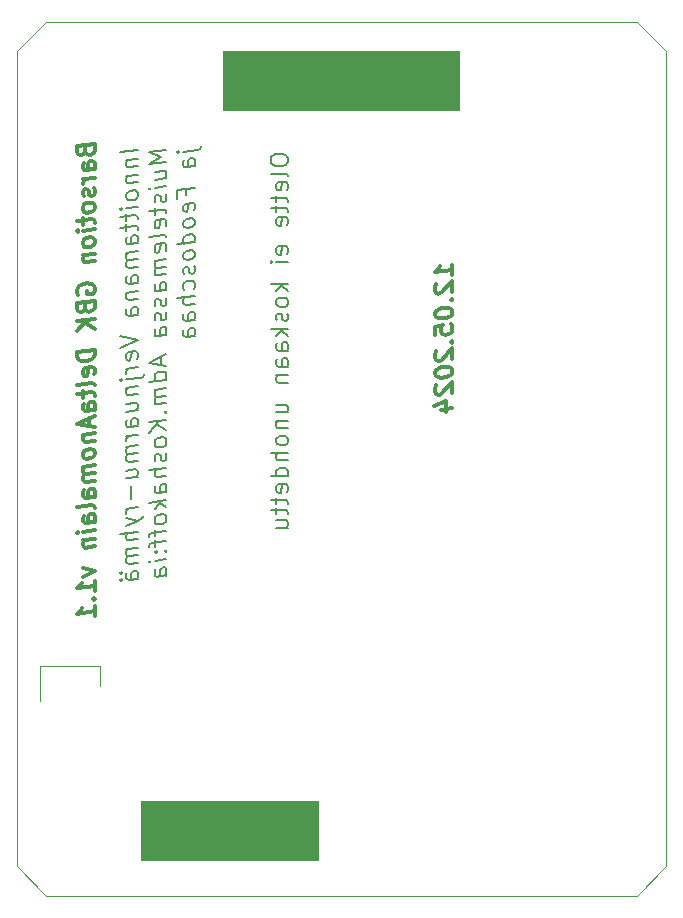
<source format=gbr>
%TF.GenerationSoftware,KiCad,Pcbnew,8.0.1-8.0.1-0~ubuntu20.04.1*%
%TF.CreationDate,2024-05-13T17:34:50+05:00*%
%TF.ProjectId,DeltaAnomalain,44656c74-6141-46e6-9f6d-616c61696e2e,rev?*%
%TF.SameCoordinates,Original*%
%TF.FileFunction,Legend,Bot*%
%TF.FilePolarity,Positive*%
%FSLAX46Y46*%
G04 Gerber Fmt 4.6, Leading zero omitted, Abs format (unit mm)*
G04 Created by KiCad (PCBNEW 8.0.1-8.0.1-0~ubuntu20.04.1) date 2024-05-13 17:34:50*
%MOMM*%
%LPD*%
G01*
G04 APERTURE LIST*
%ADD10C,0.100000*%
%ADD11C,0.187500*%
%ADD12C,0.300000*%
%TA.AperFunction,Profile*%
%ADD13C,0.050000*%
%TD*%
G04 APERTURE END LIST*
D10*
X205500000Y-61000000D02*
X225500000Y-61000000D01*
X225500000Y-66000000D01*
X205500000Y-66000000D01*
X205500000Y-61000000D01*
G36*
X205500000Y-61000000D02*
G01*
X225500000Y-61000000D01*
X225500000Y-66000000D01*
X205500000Y-66000000D01*
X205500000Y-61000000D01*
G37*
X198500000Y-124500000D02*
X213500000Y-124500000D01*
X213500000Y-129500000D01*
X198500000Y-129500000D01*
X198500000Y-124500000D01*
G36*
X198500000Y-124500000D02*
G01*
X213500000Y-124500000D01*
X213500000Y-129500000D01*
X198500000Y-129500000D01*
X198500000Y-124500000D01*
G37*
D11*
X198276846Y-69371569D02*
X196776846Y-69559069D01*
X197276846Y-70210855D02*
X198276846Y-70085855D01*
X197419703Y-70192998D02*
X197348275Y-70273355D01*
X197348275Y-70273355D02*
X197276846Y-70425141D01*
X197276846Y-70425141D02*
X197276846Y-70639426D01*
X197276846Y-70639426D02*
X197348275Y-70773355D01*
X197348275Y-70773355D02*
X197491132Y-70826926D01*
X197491132Y-70826926D02*
X198276846Y-70728712D01*
X197276846Y-71567998D02*
X198276846Y-71442998D01*
X197419703Y-71550141D02*
X197348275Y-71630498D01*
X197348275Y-71630498D02*
X197276846Y-71782284D01*
X197276846Y-71782284D02*
X197276846Y-71996569D01*
X197276846Y-71996569D02*
X197348275Y-72130498D01*
X197348275Y-72130498D02*
X197491132Y-72184069D01*
X197491132Y-72184069D02*
X198276846Y-72085855D01*
X198276846Y-73014427D02*
X198205418Y-72880498D01*
X198205418Y-72880498D02*
X198133989Y-72817998D01*
X198133989Y-72817998D02*
X197991132Y-72764427D01*
X197991132Y-72764427D02*
X197562560Y-72817998D01*
X197562560Y-72817998D02*
X197419703Y-72907284D01*
X197419703Y-72907284D02*
X197348275Y-72987641D01*
X197348275Y-72987641D02*
X197276846Y-73139427D01*
X197276846Y-73139427D02*
X197276846Y-73353712D01*
X197276846Y-73353712D02*
X197348275Y-73487641D01*
X197348275Y-73487641D02*
X197419703Y-73550141D01*
X197419703Y-73550141D02*
X197562560Y-73603712D01*
X197562560Y-73603712D02*
X197991132Y-73550141D01*
X197991132Y-73550141D02*
X198133989Y-73460855D01*
X198133989Y-73460855D02*
X198205418Y-73380498D01*
X198205418Y-73380498D02*
X198276846Y-73228712D01*
X198276846Y-73228712D02*
X198276846Y-73014427D01*
X198276846Y-74157284D02*
X197276846Y-74282284D01*
X196776846Y-74344784D02*
X196848275Y-74264427D01*
X196848275Y-74264427D02*
X196919703Y-74326927D01*
X196919703Y-74326927D02*
X196848275Y-74407284D01*
X196848275Y-74407284D02*
X196776846Y-74344784D01*
X196776846Y-74344784D02*
X196919703Y-74326927D01*
X197276846Y-74782284D02*
X197276846Y-75353713D01*
X196776846Y-75059070D02*
X198062560Y-74898356D01*
X198062560Y-74898356D02*
X198205418Y-74951927D01*
X198205418Y-74951927D02*
X198276846Y-75085856D01*
X198276846Y-75085856D02*
X198276846Y-75228713D01*
X197276846Y-75639427D02*
X197276846Y-76210856D01*
X196776846Y-75916213D02*
X198062560Y-75755499D01*
X198062560Y-75755499D02*
X198205418Y-75809070D01*
X198205418Y-75809070D02*
X198276846Y-75942999D01*
X198276846Y-75942999D02*
X198276846Y-76085856D01*
X198276846Y-77228713D02*
X197491132Y-77326927D01*
X197491132Y-77326927D02*
X197348275Y-77273356D01*
X197348275Y-77273356D02*
X197276846Y-77139427D01*
X197276846Y-77139427D02*
X197276846Y-76853713D01*
X197276846Y-76853713D02*
X197348275Y-76701927D01*
X198205418Y-77237642D02*
X198276846Y-77085856D01*
X198276846Y-77085856D02*
X198276846Y-76728713D01*
X198276846Y-76728713D02*
X198205418Y-76594784D01*
X198205418Y-76594784D02*
X198062560Y-76541213D01*
X198062560Y-76541213D02*
X197919703Y-76559070D01*
X197919703Y-76559070D02*
X197776846Y-76648356D01*
X197776846Y-76648356D02*
X197705418Y-76800142D01*
X197705418Y-76800142D02*
X197705418Y-77157284D01*
X197705418Y-77157284D02*
X197633989Y-77309070D01*
X198276846Y-77942999D02*
X197276846Y-78067999D01*
X197419703Y-78050142D02*
X197348275Y-78130499D01*
X197348275Y-78130499D02*
X197276846Y-78282285D01*
X197276846Y-78282285D02*
X197276846Y-78496570D01*
X197276846Y-78496570D02*
X197348275Y-78630499D01*
X197348275Y-78630499D02*
X197491132Y-78684070D01*
X197491132Y-78684070D02*
X198276846Y-78585856D01*
X197491132Y-78684070D02*
X197348275Y-78773356D01*
X197348275Y-78773356D02*
X197276846Y-78925142D01*
X197276846Y-78925142D02*
X197276846Y-79139427D01*
X197276846Y-79139427D02*
X197348275Y-79273356D01*
X197348275Y-79273356D02*
X197491132Y-79326927D01*
X197491132Y-79326927D02*
X198276846Y-79228713D01*
X198276846Y-80585856D02*
X197491132Y-80684070D01*
X197491132Y-80684070D02*
X197348275Y-80630499D01*
X197348275Y-80630499D02*
X197276846Y-80496570D01*
X197276846Y-80496570D02*
X197276846Y-80210856D01*
X197276846Y-80210856D02*
X197348275Y-80059070D01*
X198205418Y-80594785D02*
X198276846Y-80442999D01*
X198276846Y-80442999D02*
X198276846Y-80085856D01*
X198276846Y-80085856D02*
X198205418Y-79951927D01*
X198205418Y-79951927D02*
X198062560Y-79898356D01*
X198062560Y-79898356D02*
X197919703Y-79916213D01*
X197919703Y-79916213D02*
X197776846Y-80005499D01*
X197776846Y-80005499D02*
X197705418Y-80157285D01*
X197705418Y-80157285D02*
X197705418Y-80514427D01*
X197705418Y-80514427D02*
X197633989Y-80666213D01*
X197276846Y-81425142D02*
X198276846Y-81300142D01*
X197419703Y-81407285D02*
X197348275Y-81487642D01*
X197348275Y-81487642D02*
X197276846Y-81639428D01*
X197276846Y-81639428D02*
X197276846Y-81853713D01*
X197276846Y-81853713D02*
X197348275Y-81987642D01*
X197348275Y-81987642D02*
X197491132Y-82041213D01*
X197491132Y-82041213D02*
X198276846Y-81942999D01*
X198276846Y-83300142D02*
X197491132Y-83398356D01*
X197491132Y-83398356D02*
X197348275Y-83344785D01*
X197348275Y-83344785D02*
X197276846Y-83210856D01*
X197276846Y-83210856D02*
X197276846Y-82925142D01*
X197276846Y-82925142D02*
X197348275Y-82773356D01*
X198205418Y-83309071D02*
X198276846Y-83157285D01*
X198276846Y-83157285D02*
X198276846Y-82800142D01*
X198276846Y-82800142D02*
X198205418Y-82666213D01*
X198205418Y-82666213D02*
X198062560Y-82612642D01*
X198062560Y-82612642D02*
X197919703Y-82630499D01*
X197919703Y-82630499D02*
X197776846Y-82719785D01*
X197776846Y-82719785D02*
X197705418Y-82871571D01*
X197705418Y-82871571D02*
X197705418Y-83228713D01*
X197705418Y-83228713D02*
X197633989Y-83380499D01*
X196776846Y-85130499D02*
X198276846Y-85442999D01*
X198276846Y-85442999D02*
X196776846Y-86130499D01*
X198205418Y-87023356D02*
X198276846Y-86871570D01*
X198276846Y-86871570D02*
X198276846Y-86585856D01*
X198276846Y-86585856D02*
X198205418Y-86451927D01*
X198205418Y-86451927D02*
X198062560Y-86398356D01*
X198062560Y-86398356D02*
X197491132Y-86469785D01*
X197491132Y-86469785D02*
X197348275Y-86559070D01*
X197348275Y-86559070D02*
X197276846Y-86710856D01*
X197276846Y-86710856D02*
X197276846Y-86996570D01*
X197276846Y-86996570D02*
X197348275Y-87130499D01*
X197348275Y-87130499D02*
X197491132Y-87184070D01*
X197491132Y-87184070D02*
X197633989Y-87166213D01*
X197633989Y-87166213D02*
X197776846Y-86434070D01*
X198276846Y-87728713D02*
X197276846Y-87853713D01*
X197562560Y-87817999D02*
X197419703Y-87907284D01*
X197419703Y-87907284D02*
X197348275Y-87987641D01*
X197348275Y-87987641D02*
X197276846Y-88139427D01*
X197276846Y-88139427D02*
X197276846Y-88282284D01*
X197276846Y-88782284D02*
X198562560Y-88621570D01*
X198562560Y-88621570D02*
X198705418Y-88532284D01*
X198705418Y-88532284D02*
X198776846Y-88380498D01*
X198776846Y-88380498D02*
X198776846Y-88309070D01*
X196776846Y-88844784D02*
X196848275Y-88764427D01*
X196848275Y-88764427D02*
X196919703Y-88826927D01*
X196919703Y-88826927D02*
X196848275Y-88907284D01*
X196848275Y-88907284D02*
X196776846Y-88844784D01*
X196776846Y-88844784D02*
X196919703Y-88826927D01*
X197276846Y-89496570D02*
X198276846Y-89371570D01*
X197419703Y-89478713D02*
X197348275Y-89559070D01*
X197348275Y-89559070D02*
X197276846Y-89710856D01*
X197276846Y-89710856D02*
X197276846Y-89925141D01*
X197276846Y-89925141D02*
X197348275Y-90059070D01*
X197348275Y-90059070D02*
X197491132Y-90112641D01*
X197491132Y-90112641D02*
X198276846Y-90014427D01*
X197276846Y-91496570D02*
X198276846Y-91371570D01*
X197276846Y-90853713D02*
X198062560Y-90755499D01*
X198062560Y-90755499D02*
X198205418Y-90809070D01*
X198205418Y-90809070D02*
X198276846Y-90942999D01*
X198276846Y-90942999D02*
X198276846Y-91157284D01*
X198276846Y-91157284D02*
X198205418Y-91309070D01*
X198205418Y-91309070D02*
X198133989Y-91389427D01*
X198276846Y-92728713D02*
X197491132Y-92826927D01*
X197491132Y-92826927D02*
X197348275Y-92773356D01*
X197348275Y-92773356D02*
X197276846Y-92639427D01*
X197276846Y-92639427D02*
X197276846Y-92353713D01*
X197276846Y-92353713D02*
X197348275Y-92201927D01*
X198205418Y-92737642D02*
X198276846Y-92585856D01*
X198276846Y-92585856D02*
X198276846Y-92228713D01*
X198276846Y-92228713D02*
X198205418Y-92094784D01*
X198205418Y-92094784D02*
X198062560Y-92041213D01*
X198062560Y-92041213D02*
X197919703Y-92059070D01*
X197919703Y-92059070D02*
X197776846Y-92148356D01*
X197776846Y-92148356D02*
X197705418Y-92300142D01*
X197705418Y-92300142D02*
X197705418Y-92657284D01*
X197705418Y-92657284D02*
X197633989Y-92809070D01*
X198276846Y-93442999D02*
X197276846Y-93567999D01*
X197562560Y-93532285D02*
X197419703Y-93621570D01*
X197419703Y-93621570D02*
X197348275Y-93701927D01*
X197348275Y-93701927D02*
X197276846Y-93853713D01*
X197276846Y-93853713D02*
X197276846Y-93996570D01*
X198276846Y-94371570D02*
X197276846Y-94496570D01*
X197419703Y-94478713D02*
X197348275Y-94559070D01*
X197348275Y-94559070D02*
X197276846Y-94710856D01*
X197276846Y-94710856D02*
X197276846Y-94925141D01*
X197276846Y-94925141D02*
X197348275Y-95059070D01*
X197348275Y-95059070D02*
X197491132Y-95112641D01*
X197491132Y-95112641D02*
X198276846Y-95014427D01*
X197491132Y-95112641D02*
X197348275Y-95201927D01*
X197348275Y-95201927D02*
X197276846Y-95353713D01*
X197276846Y-95353713D02*
X197276846Y-95567998D01*
X197276846Y-95567998D02*
X197348275Y-95701927D01*
X197348275Y-95701927D02*
X197491132Y-95755498D01*
X197491132Y-95755498D02*
X198276846Y-95657284D01*
X197276846Y-97139427D02*
X198276846Y-97014427D01*
X197276846Y-96496570D02*
X198062560Y-96398356D01*
X198062560Y-96398356D02*
X198205418Y-96451927D01*
X198205418Y-96451927D02*
X198276846Y-96585856D01*
X198276846Y-96585856D02*
X198276846Y-96800141D01*
X198276846Y-96800141D02*
X198205418Y-96951927D01*
X198205418Y-96951927D02*
X198133989Y-97032284D01*
X197705418Y-97800141D02*
X197705418Y-98942999D01*
X198276846Y-99585856D02*
X197276846Y-99710856D01*
X197562560Y-99675142D02*
X197419703Y-99764427D01*
X197419703Y-99764427D02*
X197348275Y-99844784D01*
X197348275Y-99844784D02*
X197276846Y-99996570D01*
X197276846Y-99996570D02*
X197276846Y-100139427D01*
X197276846Y-100496570D02*
X198276846Y-100728713D01*
X197276846Y-101210855D02*
X198276846Y-100728713D01*
X198276846Y-100728713D02*
X198633989Y-100541213D01*
X198633989Y-100541213D02*
X198705418Y-100460855D01*
X198705418Y-100460855D02*
X198776846Y-100309070D01*
X198276846Y-101657284D02*
X196776846Y-101844784D01*
X198276846Y-102300141D02*
X197491132Y-102398355D01*
X197491132Y-102398355D02*
X197348275Y-102344784D01*
X197348275Y-102344784D02*
X197276846Y-102210855D01*
X197276846Y-102210855D02*
X197276846Y-101996570D01*
X197276846Y-101996570D02*
X197348275Y-101844784D01*
X197348275Y-101844784D02*
X197419703Y-101764427D01*
X198276846Y-103014427D02*
X197276846Y-103139427D01*
X197419703Y-103121570D02*
X197348275Y-103201927D01*
X197348275Y-103201927D02*
X197276846Y-103353713D01*
X197276846Y-103353713D02*
X197276846Y-103567998D01*
X197276846Y-103567998D02*
X197348275Y-103701927D01*
X197348275Y-103701927D02*
X197491132Y-103755498D01*
X197491132Y-103755498D02*
X198276846Y-103657284D01*
X197491132Y-103755498D02*
X197348275Y-103844784D01*
X197348275Y-103844784D02*
X197276846Y-103996570D01*
X197276846Y-103996570D02*
X197276846Y-104210855D01*
X197276846Y-104210855D02*
X197348275Y-104344784D01*
X197348275Y-104344784D02*
X197491132Y-104398355D01*
X197491132Y-104398355D02*
X198276846Y-104300141D01*
X198276846Y-105657284D02*
X197491132Y-105755498D01*
X197491132Y-105755498D02*
X197348275Y-105701927D01*
X197348275Y-105701927D02*
X197276846Y-105567998D01*
X197276846Y-105567998D02*
X197276846Y-105282284D01*
X197276846Y-105282284D02*
X197348275Y-105130498D01*
X198205418Y-105666213D02*
X198276846Y-105514427D01*
X198276846Y-105514427D02*
X198276846Y-105157284D01*
X198276846Y-105157284D02*
X198205418Y-105023355D01*
X198205418Y-105023355D02*
X198062560Y-104969784D01*
X198062560Y-104969784D02*
X197919703Y-104987641D01*
X197919703Y-104987641D02*
X197776846Y-105076927D01*
X197776846Y-105076927D02*
X197705418Y-105228713D01*
X197705418Y-105228713D02*
X197705418Y-105585855D01*
X197705418Y-105585855D02*
X197633989Y-105737641D01*
X196776846Y-105201927D02*
X196848275Y-105264427D01*
X196848275Y-105264427D02*
X196919703Y-105184070D01*
X196919703Y-105184070D02*
X196848275Y-105121570D01*
X196848275Y-105121570D02*
X196776846Y-105201927D01*
X196776846Y-105201927D02*
X196919703Y-105184070D01*
X196776846Y-105773355D02*
X196848275Y-105835855D01*
X196848275Y-105835855D02*
X196919703Y-105755498D01*
X196919703Y-105755498D02*
X196848275Y-105692998D01*
X196848275Y-105692998D02*
X196776846Y-105773355D01*
X196776846Y-105773355D02*
X196919703Y-105755498D01*
X200691762Y-69371569D02*
X199191762Y-69559069D01*
X199191762Y-69559069D02*
X200263191Y-69925140D01*
X200263191Y-69925140D02*
X199191762Y-70559069D01*
X199191762Y-70559069D02*
X200691762Y-70371569D01*
X199691762Y-71853712D02*
X200691762Y-71728712D01*
X199691762Y-71210855D02*
X200477476Y-71112641D01*
X200477476Y-71112641D02*
X200620334Y-71166212D01*
X200620334Y-71166212D02*
X200691762Y-71300141D01*
X200691762Y-71300141D02*
X200691762Y-71514426D01*
X200691762Y-71514426D02*
X200620334Y-71666212D01*
X200620334Y-71666212D02*
X200548905Y-71746569D01*
X200691762Y-72442998D02*
X199691762Y-72567998D01*
X199191762Y-72630498D02*
X199263191Y-72550141D01*
X199263191Y-72550141D02*
X199334619Y-72612641D01*
X199334619Y-72612641D02*
X199263191Y-72692998D01*
X199263191Y-72692998D02*
X199191762Y-72630498D01*
X199191762Y-72630498D02*
X199334619Y-72612641D01*
X200620334Y-73094784D02*
X200691762Y-73228712D01*
X200691762Y-73228712D02*
X200691762Y-73514427D01*
X200691762Y-73514427D02*
X200620334Y-73666212D01*
X200620334Y-73666212D02*
X200477476Y-73755498D01*
X200477476Y-73755498D02*
X200406048Y-73764427D01*
X200406048Y-73764427D02*
X200263191Y-73710855D01*
X200263191Y-73710855D02*
X200191762Y-73576927D01*
X200191762Y-73576927D02*
X200191762Y-73362641D01*
X200191762Y-73362641D02*
X200120334Y-73228712D01*
X200120334Y-73228712D02*
X199977476Y-73175141D01*
X199977476Y-73175141D02*
X199906048Y-73184070D01*
X199906048Y-73184070D02*
X199763191Y-73273355D01*
X199763191Y-73273355D02*
X199691762Y-73425141D01*
X199691762Y-73425141D02*
X199691762Y-73639427D01*
X199691762Y-73639427D02*
X199763191Y-73773355D01*
X199691762Y-74282284D02*
X199691762Y-74853713D01*
X199191762Y-74559070D02*
X200477476Y-74398356D01*
X200477476Y-74398356D02*
X200620334Y-74451927D01*
X200620334Y-74451927D02*
X200691762Y-74585856D01*
X200691762Y-74585856D02*
X200691762Y-74728713D01*
X200620334Y-75809070D02*
X200691762Y-75657284D01*
X200691762Y-75657284D02*
X200691762Y-75371570D01*
X200691762Y-75371570D02*
X200620334Y-75237641D01*
X200620334Y-75237641D02*
X200477476Y-75184070D01*
X200477476Y-75184070D02*
X199906048Y-75255499D01*
X199906048Y-75255499D02*
X199763191Y-75344784D01*
X199763191Y-75344784D02*
X199691762Y-75496570D01*
X199691762Y-75496570D02*
X199691762Y-75782284D01*
X199691762Y-75782284D02*
X199763191Y-75916213D01*
X199763191Y-75916213D02*
X199906048Y-75969784D01*
X199906048Y-75969784D02*
X200048905Y-75951927D01*
X200048905Y-75951927D02*
X200191762Y-75219784D01*
X200691762Y-76728713D02*
X200620334Y-76594784D01*
X200620334Y-76594784D02*
X200477476Y-76541213D01*
X200477476Y-76541213D02*
X199191762Y-76701927D01*
X200620334Y-77880498D02*
X200691762Y-77728712D01*
X200691762Y-77728712D02*
X200691762Y-77442998D01*
X200691762Y-77442998D02*
X200620334Y-77309069D01*
X200620334Y-77309069D02*
X200477476Y-77255498D01*
X200477476Y-77255498D02*
X199906048Y-77326927D01*
X199906048Y-77326927D02*
X199763191Y-77416212D01*
X199763191Y-77416212D02*
X199691762Y-77567998D01*
X199691762Y-77567998D02*
X199691762Y-77853712D01*
X199691762Y-77853712D02*
X199763191Y-77987641D01*
X199763191Y-77987641D02*
X199906048Y-78041212D01*
X199906048Y-78041212D02*
X200048905Y-78023355D01*
X200048905Y-78023355D02*
X200191762Y-77291212D01*
X200691762Y-78585855D02*
X199691762Y-78710855D01*
X199834619Y-78692998D02*
X199763191Y-78773355D01*
X199763191Y-78773355D02*
X199691762Y-78925141D01*
X199691762Y-78925141D02*
X199691762Y-79139426D01*
X199691762Y-79139426D02*
X199763191Y-79273355D01*
X199763191Y-79273355D02*
X199906048Y-79326926D01*
X199906048Y-79326926D02*
X200691762Y-79228712D01*
X199906048Y-79326926D02*
X199763191Y-79416212D01*
X199763191Y-79416212D02*
X199691762Y-79567998D01*
X199691762Y-79567998D02*
X199691762Y-79782283D01*
X199691762Y-79782283D02*
X199763191Y-79916212D01*
X199763191Y-79916212D02*
X199906048Y-79969783D01*
X199906048Y-79969783D02*
X200691762Y-79871569D01*
X200691762Y-81228712D02*
X199906048Y-81326926D01*
X199906048Y-81326926D02*
X199763191Y-81273355D01*
X199763191Y-81273355D02*
X199691762Y-81139426D01*
X199691762Y-81139426D02*
X199691762Y-80853712D01*
X199691762Y-80853712D02*
X199763191Y-80701926D01*
X200620334Y-81237641D02*
X200691762Y-81085855D01*
X200691762Y-81085855D02*
X200691762Y-80728712D01*
X200691762Y-80728712D02*
X200620334Y-80594783D01*
X200620334Y-80594783D02*
X200477476Y-80541212D01*
X200477476Y-80541212D02*
X200334619Y-80559069D01*
X200334619Y-80559069D02*
X200191762Y-80648355D01*
X200191762Y-80648355D02*
X200120334Y-80800141D01*
X200120334Y-80800141D02*
X200120334Y-81157283D01*
X200120334Y-81157283D02*
X200048905Y-81309069D01*
X200620334Y-81880498D02*
X200691762Y-82014426D01*
X200691762Y-82014426D02*
X200691762Y-82300141D01*
X200691762Y-82300141D02*
X200620334Y-82451926D01*
X200620334Y-82451926D02*
X200477476Y-82541212D01*
X200477476Y-82541212D02*
X200406048Y-82550141D01*
X200406048Y-82550141D02*
X200263191Y-82496569D01*
X200263191Y-82496569D02*
X200191762Y-82362641D01*
X200191762Y-82362641D02*
X200191762Y-82148355D01*
X200191762Y-82148355D02*
X200120334Y-82014426D01*
X200120334Y-82014426D02*
X199977476Y-81960855D01*
X199977476Y-81960855D02*
X199906048Y-81969784D01*
X199906048Y-81969784D02*
X199763191Y-82059069D01*
X199763191Y-82059069D02*
X199691762Y-82210855D01*
X199691762Y-82210855D02*
X199691762Y-82425141D01*
X199691762Y-82425141D02*
X199763191Y-82559069D01*
X200620334Y-83094784D02*
X200691762Y-83228712D01*
X200691762Y-83228712D02*
X200691762Y-83514427D01*
X200691762Y-83514427D02*
X200620334Y-83666212D01*
X200620334Y-83666212D02*
X200477476Y-83755498D01*
X200477476Y-83755498D02*
X200406048Y-83764427D01*
X200406048Y-83764427D02*
X200263191Y-83710855D01*
X200263191Y-83710855D02*
X200191762Y-83576927D01*
X200191762Y-83576927D02*
X200191762Y-83362641D01*
X200191762Y-83362641D02*
X200120334Y-83228712D01*
X200120334Y-83228712D02*
X199977476Y-83175141D01*
X199977476Y-83175141D02*
X199906048Y-83184070D01*
X199906048Y-83184070D02*
X199763191Y-83273355D01*
X199763191Y-83273355D02*
X199691762Y-83425141D01*
X199691762Y-83425141D02*
X199691762Y-83639427D01*
X199691762Y-83639427D02*
X199763191Y-83773355D01*
X200691762Y-85014427D02*
X199906048Y-85112641D01*
X199906048Y-85112641D02*
X199763191Y-85059070D01*
X199763191Y-85059070D02*
X199691762Y-84925141D01*
X199691762Y-84925141D02*
X199691762Y-84639427D01*
X199691762Y-84639427D02*
X199763191Y-84487641D01*
X200620334Y-85023356D02*
X200691762Y-84871570D01*
X200691762Y-84871570D02*
X200691762Y-84514427D01*
X200691762Y-84514427D02*
X200620334Y-84380498D01*
X200620334Y-84380498D02*
X200477476Y-84326927D01*
X200477476Y-84326927D02*
X200334619Y-84344784D01*
X200334619Y-84344784D02*
X200191762Y-84434070D01*
X200191762Y-84434070D02*
X200120334Y-84585856D01*
X200120334Y-84585856D02*
X200120334Y-84942998D01*
X200120334Y-84942998D02*
X200048905Y-85094784D01*
X200263191Y-86853713D02*
X200263191Y-87567998D01*
X200691762Y-86657284D02*
X199191762Y-87344784D01*
X199191762Y-87344784D02*
X200691762Y-87657284D01*
X200691762Y-88800141D02*
X199191762Y-88987641D01*
X200620334Y-88809070D02*
X200691762Y-88657284D01*
X200691762Y-88657284D02*
X200691762Y-88371570D01*
X200691762Y-88371570D02*
X200620334Y-88237641D01*
X200620334Y-88237641D02*
X200548905Y-88175141D01*
X200548905Y-88175141D02*
X200406048Y-88121570D01*
X200406048Y-88121570D02*
X199977476Y-88175141D01*
X199977476Y-88175141D02*
X199834619Y-88264427D01*
X199834619Y-88264427D02*
X199763191Y-88344784D01*
X199763191Y-88344784D02*
X199691762Y-88496570D01*
X199691762Y-88496570D02*
X199691762Y-88782284D01*
X199691762Y-88782284D02*
X199763191Y-88916212D01*
X200691762Y-89514427D02*
X199691762Y-89639427D01*
X199834619Y-89621570D02*
X199763191Y-89701927D01*
X199763191Y-89701927D02*
X199691762Y-89853713D01*
X199691762Y-89853713D02*
X199691762Y-90067998D01*
X199691762Y-90067998D02*
X199763191Y-90201927D01*
X199763191Y-90201927D02*
X199906048Y-90255498D01*
X199906048Y-90255498D02*
X200691762Y-90157284D01*
X199906048Y-90255498D02*
X199763191Y-90344784D01*
X199763191Y-90344784D02*
X199691762Y-90496570D01*
X199691762Y-90496570D02*
X199691762Y-90710855D01*
X199691762Y-90710855D02*
X199763191Y-90844784D01*
X199763191Y-90844784D02*
X199906048Y-90898355D01*
X199906048Y-90898355D02*
X200691762Y-90800141D01*
X200548905Y-91532284D02*
X200620334Y-91594784D01*
X200620334Y-91594784D02*
X200691762Y-91514427D01*
X200691762Y-91514427D02*
X200620334Y-91451927D01*
X200620334Y-91451927D02*
X200548905Y-91532284D01*
X200548905Y-91532284D02*
X200691762Y-91514427D01*
X200691762Y-92228713D02*
X199191762Y-92416213D01*
X200691762Y-93085856D02*
X199834619Y-92550141D01*
X199191762Y-93273356D02*
X200048905Y-92309070D01*
X200691762Y-93942999D02*
X200620334Y-93809070D01*
X200620334Y-93809070D02*
X200548905Y-93746570D01*
X200548905Y-93746570D02*
X200406048Y-93692999D01*
X200406048Y-93692999D02*
X199977476Y-93746570D01*
X199977476Y-93746570D02*
X199834619Y-93835856D01*
X199834619Y-93835856D02*
X199763191Y-93916213D01*
X199763191Y-93916213D02*
X199691762Y-94067999D01*
X199691762Y-94067999D02*
X199691762Y-94282284D01*
X199691762Y-94282284D02*
X199763191Y-94416213D01*
X199763191Y-94416213D02*
X199834619Y-94478713D01*
X199834619Y-94478713D02*
X199977476Y-94532284D01*
X199977476Y-94532284D02*
X200406048Y-94478713D01*
X200406048Y-94478713D02*
X200548905Y-94389427D01*
X200548905Y-94389427D02*
X200620334Y-94309070D01*
X200620334Y-94309070D02*
X200691762Y-94157284D01*
X200691762Y-94157284D02*
X200691762Y-93942999D01*
X200620334Y-95023356D02*
X200691762Y-95157284D01*
X200691762Y-95157284D02*
X200691762Y-95442999D01*
X200691762Y-95442999D02*
X200620334Y-95594784D01*
X200620334Y-95594784D02*
X200477476Y-95684070D01*
X200477476Y-95684070D02*
X200406048Y-95692999D01*
X200406048Y-95692999D02*
X200263191Y-95639427D01*
X200263191Y-95639427D02*
X200191762Y-95505499D01*
X200191762Y-95505499D02*
X200191762Y-95291213D01*
X200191762Y-95291213D02*
X200120334Y-95157284D01*
X200120334Y-95157284D02*
X199977476Y-95103713D01*
X199977476Y-95103713D02*
X199906048Y-95112642D01*
X199906048Y-95112642D02*
X199763191Y-95201927D01*
X199763191Y-95201927D02*
X199691762Y-95353713D01*
X199691762Y-95353713D02*
X199691762Y-95567999D01*
X199691762Y-95567999D02*
X199763191Y-95701927D01*
X200691762Y-96300142D02*
X199191762Y-96487642D01*
X200691762Y-96942999D02*
X199906048Y-97041213D01*
X199906048Y-97041213D02*
X199763191Y-96987642D01*
X199763191Y-96987642D02*
X199691762Y-96853713D01*
X199691762Y-96853713D02*
X199691762Y-96639428D01*
X199691762Y-96639428D02*
X199763191Y-96487642D01*
X199763191Y-96487642D02*
X199834619Y-96407285D01*
X200691762Y-98300142D02*
X199906048Y-98398356D01*
X199906048Y-98398356D02*
X199763191Y-98344785D01*
X199763191Y-98344785D02*
X199691762Y-98210856D01*
X199691762Y-98210856D02*
X199691762Y-97925142D01*
X199691762Y-97925142D02*
X199763191Y-97773356D01*
X200620334Y-98309071D02*
X200691762Y-98157285D01*
X200691762Y-98157285D02*
X200691762Y-97800142D01*
X200691762Y-97800142D02*
X200620334Y-97666213D01*
X200620334Y-97666213D02*
X200477476Y-97612642D01*
X200477476Y-97612642D02*
X200334619Y-97630499D01*
X200334619Y-97630499D02*
X200191762Y-97719785D01*
X200191762Y-97719785D02*
X200120334Y-97871571D01*
X200120334Y-97871571D02*
X200120334Y-98228713D01*
X200120334Y-98228713D02*
X200048905Y-98380499D01*
X200691762Y-99014428D02*
X199191762Y-99201928D01*
X200120334Y-99228714D02*
X200691762Y-99585856D01*
X199691762Y-99710856D02*
X200263191Y-99067999D01*
X200691762Y-100443000D02*
X200620334Y-100309071D01*
X200620334Y-100309071D02*
X200548905Y-100246571D01*
X200548905Y-100246571D02*
X200406048Y-100193000D01*
X200406048Y-100193000D02*
X199977476Y-100246571D01*
X199977476Y-100246571D02*
X199834619Y-100335857D01*
X199834619Y-100335857D02*
X199763191Y-100416214D01*
X199763191Y-100416214D02*
X199691762Y-100568000D01*
X199691762Y-100568000D02*
X199691762Y-100782285D01*
X199691762Y-100782285D02*
X199763191Y-100916214D01*
X199763191Y-100916214D02*
X199834619Y-100978714D01*
X199834619Y-100978714D02*
X199977476Y-101032285D01*
X199977476Y-101032285D02*
X200406048Y-100978714D01*
X200406048Y-100978714D02*
X200548905Y-100889428D01*
X200548905Y-100889428D02*
X200620334Y-100809071D01*
X200620334Y-100809071D02*
X200691762Y-100657285D01*
X200691762Y-100657285D02*
X200691762Y-100443000D01*
X199691762Y-101496571D02*
X199691762Y-102068000D01*
X200691762Y-101585857D02*
X199406048Y-101746571D01*
X199406048Y-101746571D02*
X199263191Y-101835857D01*
X199263191Y-101835857D02*
X199191762Y-101987643D01*
X199191762Y-101987643D02*
X199191762Y-102130500D01*
X199691762Y-102353714D02*
X199691762Y-102925143D01*
X200691762Y-102443000D02*
X199406048Y-102603714D01*
X199406048Y-102603714D02*
X199263191Y-102693000D01*
X199263191Y-102693000D02*
X199191762Y-102844786D01*
X199191762Y-102844786D02*
X199191762Y-102987643D01*
X200548905Y-103318000D02*
X200620334Y-103380500D01*
X200620334Y-103380500D02*
X200691762Y-103300143D01*
X200691762Y-103300143D02*
X200620334Y-103237643D01*
X200620334Y-103237643D02*
X200548905Y-103318000D01*
X200548905Y-103318000D02*
X200691762Y-103300143D01*
X199763191Y-103416214D02*
X199834619Y-103478714D01*
X199834619Y-103478714D02*
X199906048Y-103398357D01*
X199906048Y-103398357D02*
X199834619Y-103335857D01*
X199834619Y-103335857D02*
X199763191Y-103416214D01*
X199763191Y-103416214D02*
X199906048Y-103398357D01*
X200691762Y-104014429D02*
X199691762Y-104139429D01*
X199191762Y-104201929D02*
X199263191Y-104121572D01*
X199263191Y-104121572D02*
X199334619Y-104184072D01*
X199334619Y-104184072D02*
X199263191Y-104264429D01*
X199263191Y-104264429D02*
X199191762Y-104201929D01*
X199191762Y-104201929D02*
X199334619Y-104184072D01*
X200691762Y-105371572D02*
X199906048Y-105469786D01*
X199906048Y-105469786D02*
X199763191Y-105416215D01*
X199763191Y-105416215D02*
X199691762Y-105282286D01*
X199691762Y-105282286D02*
X199691762Y-104996572D01*
X199691762Y-104996572D02*
X199763191Y-104844786D01*
X200620334Y-105380501D02*
X200691762Y-105228715D01*
X200691762Y-105228715D02*
X200691762Y-104871572D01*
X200691762Y-104871572D02*
X200620334Y-104737643D01*
X200620334Y-104737643D02*
X200477476Y-104684072D01*
X200477476Y-104684072D02*
X200334619Y-104701929D01*
X200334619Y-104701929D02*
X200191762Y-104791215D01*
X200191762Y-104791215D02*
X200120334Y-104943001D01*
X200120334Y-104943001D02*
X200120334Y-105300143D01*
X200120334Y-105300143D02*
X200048905Y-105451929D01*
X202106678Y-69496569D02*
X203392392Y-69335855D01*
X203392392Y-69335855D02*
X203535250Y-69246569D01*
X203535250Y-69246569D02*
X203606678Y-69094783D01*
X203606678Y-69094783D02*
X203606678Y-69023355D01*
X201606678Y-69559069D02*
X201678107Y-69478712D01*
X201678107Y-69478712D02*
X201749535Y-69541212D01*
X201749535Y-69541212D02*
X201678107Y-69621569D01*
X201678107Y-69621569D02*
X201606678Y-69559069D01*
X201606678Y-69559069D02*
X201749535Y-69541212D01*
X203106678Y-70728712D02*
X202320964Y-70826926D01*
X202320964Y-70826926D02*
X202178107Y-70773355D01*
X202178107Y-70773355D02*
X202106678Y-70639426D01*
X202106678Y-70639426D02*
X202106678Y-70353712D01*
X202106678Y-70353712D02*
X202178107Y-70201926D01*
X203035250Y-70737641D02*
X203106678Y-70585855D01*
X203106678Y-70585855D02*
X203106678Y-70228712D01*
X203106678Y-70228712D02*
X203035250Y-70094783D01*
X203035250Y-70094783D02*
X202892392Y-70041212D01*
X202892392Y-70041212D02*
X202749535Y-70059069D01*
X202749535Y-70059069D02*
X202606678Y-70148355D01*
X202606678Y-70148355D02*
X202535250Y-70300141D01*
X202535250Y-70300141D02*
X202535250Y-70657283D01*
X202535250Y-70657283D02*
X202463821Y-70809069D01*
X202320964Y-73184069D02*
X202320964Y-72684069D01*
X203106678Y-72585855D02*
X201606678Y-72773355D01*
X201606678Y-72773355D02*
X201606678Y-73487641D01*
X203035250Y-74451926D02*
X203106678Y-74300140D01*
X203106678Y-74300140D02*
X203106678Y-74014426D01*
X203106678Y-74014426D02*
X203035250Y-73880497D01*
X203035250Y-73880497D02*
X202892392Y-73826926D01*
X202892392Y-73826926D02*
X202320964Y-73898355D01*
X202320964Y-73898355D02*
X202178107Y-73987640D01*
X202178107Y-73987640D02*
X202106678Y-74139426D01*
X202106678Y-74139426D02*
X202106678Y-74425140D01*
X202106678Y-74425140D02*
X202178107Y-74559069D01*
X202178107Y-74559069D02*
X202320964Y-74612640D01*
X202320964Y-74612640D02*
X202463821Y-74594783D01*
X202463821Y-74594783D02*
X202606678Y-73862640D01*
X203106678Y-75371569D02*
X203035250Y-75237640D01*
X203035250Y-75237640D02*
X202963821Y-75175140D01*
X202963821Y-75175140D02*
X202820964Y-75121569D01*
X202820964Y-75121569D02*
X202392392Y-75175140D01*
X202392392Y-75175140D02*
X202249535Y-75264426D01*
X202249535Y-75264426D02*
X202178107Y-75344783D01*
X202178107Y-75344783D02*
X202106678Y-75496569D01*
X202106678Y-75496569D02*
X202106678Y-75710854D01*
X202106678Y-75710854D02*
X202178107Y-75844783D01*
X202178107Y-75844783D02*
X202249535Y-75907283D01*
X202249535Y-75907283D02*
X202392392Y-75960854D01*
X202392392Y-75960854D02*
X202820964Y-75907283D01*
X202820964Y-75907283D02*
X202963821Y-75817997D01*
X202963821Y-75817997D02*
X203035250Y-75737640D01*
X203035250Y-75737640D02*
X203106678Y-75585854D01*
X203106678Y-75585854D02*
X203106678Y-75371569D01*
X203106678Y-77157283D02*
X201606678Y-77344783D01*
X203035250Y-77166212D02*
X203106678Y-77014426D01*
X203106678Y-77014426D02*
X203106678Y-76728712D01*
X203106678Y-76728712D02*
X203035250Y-76594783D01*
X203035250Y-76594783D02*
X202963821Y-76532283D01*
X202963821Y-76532283D02*
X202820964Y-76478712D01*
X202820964Y-76478712D02*
X202392392Y-76532283D01*
X202392392Y-76532283D02*
X202249535Y-76621569D01*
X202249535Y-76621569D02*
X202178107Y-76701926D01*
X202178107Y-76701926D02*
X202106678Y-76853712D01*
X202106678Y-76853712D02*
X202106678Y-77139426D01*
X202106678Y-77139426D02*
X202178107Y-77273354D01*
X203106678Y-78085855D02*
X203035250Y-77951926D01*
X203035250Y-77951926D02*
X202963821Y-77889426D01*
X202963821Y-77889426D02*
X202820964Y-77835855D01*
X202820964Y-77835855D02*
X202392392Y-77889426D01*
X202392392Y-77889426D02*
X202249535Y-77978712D01*
X202249535Y-77978712D02*
X202178107Y-78059069D01*
X202178107Y-78059069D02*
X202106678Y-78210855D01*
X202106678Y-78210855D02*
X202106678Y-78425140D01*
X202106678Y-78425140D02*
X202178107Y-78559069D01*
X202178107Y-78559069D02*
X202249535Y-78621569D01*
X202249535Y-78621569D02*
X202392392Y-78675140D01*
X202392392Y-78675140D02*
X202820964Y-78621569D01*
X202820964Y-78621569D02*
X202963821Y-78532283D01*
X202963821Y-78532283D02*
X203035250Y-78451926D01*
X203035250Y-78451926D02*
X203106678Y-78300140D01*
X203106678Y-78300140D02*
X203106678Y-78085855D01*
X203035250Y-79166212D02*
X203106678Y-79300140D01*
X203106678Y-79300140D02*
X203106678Y-79585855D01*
X203106678Y-79585855D02*
X203035250Y-79737640D01*
X203035250Y-79737640D02*
X202892392Y-79826926D01*
X202892392Y-79826926D02*
X202820964Y-79835855D01*
X202820964Y-79835855D02*
X202678107Y-79782283D01*
X202678107Y-79782283D02*
X202606678Y-79648355D01*
X202606678Y-79648355D02*
X202606678Y-79434069D01*
X202606678Y-79434069D02*
X202535250Y-79300140D01*
X202535250Y-79300140D02*
X202392392Y-79246569D01*
X202392392Y-79246569D02*
X202320964Y-79255498D01*
X202320964Y-79255498D02*
X202178107Y-79344783D01*
X202178107Y-79344783D02*
X202106678Y-79496569D01*
X202106678Y-79496569D02*
X202106678Y-79710855D01*
X202106678Y-79710855D02*
X202178107Y-79844783D01*
X203035250Y-81094784D02*
X203106678Y-80942998D01*
X203106678Y-80942998D02*
X203106678Y-80657284D01*
X203106678Y-80657284D02*
X203035250Y-80523355D01*
X203035250Y-80523355D02*
X202963821Y-80460855D01*
X202963821Y-80460855D02*
X202820964Y-80407284D01*
X202820964Y-80407284D02*
X202392392Y-80460855D01*
X202392392Y-80460855D02*
X202249535Y-80550141D01*
X202249535Y-80550141D02*
X202178107Y-80630498D01*
X202178107Y-80630498D02*
X202106678Y-80782284D01*
X202106678Y-80782284D02*
X202106678Y-81067998D01*
X202106678Y-81067998D02*
X202178107Y-81201926D01*
X203106678Y-81728712D02*
X201606678Y-81916212D01*
X203106678Y-82371569D02*
X202320964Y-82469783D01*
X202320964Y-82469783D02*
X202178107Y-82416212D01*
X202178107Y-82416212D02*
X202106678Y-82282283D01*
X202106678Y-82282283D02*
X202106678Y-82067998D01*
X202106678Y-82067998D02*
X202178107Y-81916212D01*
X202178107Y-81916212D02*
X202249535Y-81835855D01*
X203106678Y-83728712D02*
X202320964Y-83826926D01*
X202320964Y-83826926D02*
X202178107Y-83773355D01*
X202178107Y-83773355D02*
X202106678Y-83639426D01*
X202106678Y-83639426D02*
X202106678Y-83353712D01*
X202106678Y-83353712D02*
X202178107Y-83201926D01*
X203035250Y-83737641D02*
X203106678Y-83585855D01*
X203106678Y-83585855D02*
X203106678Y-83228712D01*
X203106678Y-83228712D02*
X203035250Y-83094783D01*
X203035250Y-83094783D02*
X202892392Y-83041212D01*
X202892392Y-83041212D02*
X202749535Y-83059069D01*
X202749535Y-83059069D02*
X202606678Y-83148355D01*
X202606678Y-83148355D02*
X202535250Y-83300141D01*
X202535250Y-83300141D02*
X202535250Y-83657283D01*
X202535250Y-83657283D02*
X202463821Y-83809069D01*
X203106678Y-85085855D02*
X202320964Y-85184069D01*
X202320964Y-85184069D02*
X202178107Y-85130498D01*
X202178107Y-85130498D02*
X202106678Y-84996569D01*
X202106678Y-84996569D02*
X202106678Y-84710855D01*
X202106678Y-84710855D02*
X202178107Y-84559069D01*
X203035250Y-85094784D02*
X203106678Y-84942998D01*
X203106678Y-84942998D02*
X203106678Y-84585855D01*
X203106678Y-84585855D02*
X203035250Y-84451926D01*
X203035250Y-84451926D02*
X202892392Y-84398355D01*
X202892392Y-84398355D02*
X202749535Y-84416212D01*
X202749535Y-84416212D02*
X202606678Y-84505498D01*
X202606678Y-84505498D02*
X202535250Y-84657284D01*
X202535250Y-84657284D02*
X202535250Y-85014426D01*
X202535250Y-85014426D02*
X202463821Y-85166212D01*
X209506678Y-70066212D02*
X209506678Y-70351926D01*
X209506678Y-70351926D02*
X209578107Y-70494783D01*
X209578107Y-70494783D02*
X209720964Y-70637640D01*
X209720964Y-70637640D02*
X210006678Y-70709069D01*
X210006678Y-70709069D02*
X210506678Y-70709069D01*
X210506678Y-70709069D02*
X210792392Y-70637640D01*
X210792392Y-70637640D02*
X210935250Y-70494783D01*
X210935250Y-70494783D02*
X211006678Y-70351926D01*
X211006678Y-70351926D02*
X211006678Y-70066212D01*
X211006678Y-70066212D02*
X210935250Y-69923355D01*
X210935250Y-69923355D02*
X210792392Y-69780497D01*
X210792392Y-69780497D02*
X210506678Y-69709069D01*
X210506678Y-69709069D02*
X210006678Y-69709069D01*
X210006678Y-69709069D02*
X209720964Y-69780497D01*
X209720964Y-69780497D02*
X209578107Y-69923355D01*
X209578107Y-69923355D02*
X209506678Y-70066212D01*
X211006678Y-71566212D02*
X210935250Y-71423355D01*
X210935250Y-71423355D02*
X210792392Y-71351926D01*
X210792392Y-71351926D02*
X209506678Y-71351926D01*
X210935250Y-72709069D02*
X211006678Y-72566212D01*
X211006678Y-72566212D02*
X211006678Y-72280498D01*
X211006678Y-72280498D02*
X210935250Y-72137640D01*
X210935250Y-72137640D02*
X210792392Y-72066212D01*
X210792392Y-72066212D02*
X210220964Y-72066212D01*
X210220964Y-72066212D02*
X210078107Y-72137640D01*
X210078107Y-72137640D02*
X210006678Y-72280498D01*
X210006678Y-72280498D02*
X210006678Y-72566212D01*
X210006678Y-72566212D02*
X210078107Y-72709069D01*
X210078107Y-72709069D02*
X210220964Y-72780498D01*
X210220964Y-72780498D02*
X210363821Y-72780498D01*
X210363821Y-72780498D02*
X210506678Y-72066212D01*
X210006678Y-73209069D02*
X210006678Y-73780497D01*
X209506678Y-73423354D02*
X210792392Y-73423354D01*
X210792392Y-73423354D02*
X210935250Y-73494783D01*
X210935250Y-73494783D02*
X211006678Y-73637640D01*
X211006678Y-73637640D02*
X211006678Y-73780497D01*
X210006678Y-74066212D02*
X210006678Y-74637640D01*
X209506678Y-74280497D02*
X210792392Y-74280497D01*
X210792392Y-74280497D02*
X210935250Y-74351926D01*
X210935250Y-74351926D02*
X211006678Y-74494783D01*
X211006678Y-74494783D02*
X211006678Y-74637640D01*
X210935250Y-75709069D02*
X211006678Y-75566212D01*
X211006678Y-75566212D02*
X211006678Y-75280498D01*
X211006678Y-75280498D02*
X210935250Y-75137640D01*
X210935250Y-75137640D02*
X210792392Y-75066212D01*
X210792392Y-75066212D02*
X210220964Y-75066212D01*
X210220964Y-75066212D02*
X210078107Y-75137640D01*
X210078107Y-75137640D02*
X210006678Y-75280498D01*
X210006678Y-75280498D02*
X210006678Y-75566212D01*
X210006678Y-75566212D02*
X210078107Y-75709069D01*
X210078107Y-75709069D02*
X210220964Y-75780498D01*
X210220964Y-75780498D02*
X210363821Y-75780498D01*
X210363821Y-75780498D02*
X210506678Y-75066212D01*
X210935250Y-78137640D02*
X211006678Y-77994783D01*
X211006678Y-77994783D02*
X211006678Y-77709069D01*
X211006678Y-77709069D02*
X210935250Y-77566211D01*
X210935250Y-77566211D02*
X210792392Y-77494783D01*
X210792392Y-77494783D02*
X210220964Y-77494783D01*
X210220964Y-77494783D02*
X210078107Y-77566211D01*
X210078107Y-77566211D02*
X210006678Y-77709069D01*
X210006678Y-77709069D02*
X210006678Y-77994783D01*
X210006678Y-77994783D02*
X210078107Y-78137640D01*
X210078107Y-78137640D02*
X210220964Y-78209069D01*
X210220964Y-78209069D02*
X210363821Y-78209069D01*
X210363821Y-78209069D02*
X210506678Y-77494783D01*
X211006678Y-78851925D02*
X210006678Y-78851925D01*
X209506678Y-78851925D02*
X209578107Y-78780497D01*
X209578107Y-78780497D02*
X209649535Y-78851925D01*
X209649535Y-78851925D02*
X209578107Y-78923354D01*
X209578107Y-78923354D02*
X209506678Y-78851925D01*
X209506678Y-78851925D02*
X209649535Y-78851925D01*
X211006678Y-80709068D02*
X209506678Y-80709068D01*
X210435250Y-80851926D02*
X211006678Y-81280497D01*
X210006678Y-81280497D02*
X210578107Y-80709068D01*
X211006678Y-82137640D02*
X210935250Y-81994783D01*
X210935250Y-81994783D02*
X210863821Y-81923354D01*
X210863821Y-81923354D02*
X210720964Y-81851926D01*
X210720964Y-81851926D02*
X210292392Y-81851926D01*
X210292392Y-81851926D02*
X210149535Y-81923354D01*
X210149535Y-81923354D02*
X210078107Y-81994783D01*
X210078107Y-81994783D02*
X210006678Y-82137640D01*
X210006678Y-82137640D02*
X210006678Y-82351926D01*
X210006678Y-82351926D02*
X210078107Y-82494783D01*
X210078107Y-82494783D02*
X210149535Y-82566212D01*
X210149535Y-82566212D02*
X210292392Y-82637640D01*
X210292392Y-82637640D02*
X210720964Y-82637640D01*
X210720964Y-82637640D02*
X210863821Y-82566212D01*
X210863821Y-82566212D02*
X210935250Y-82494783D01*
X210935250Y-82494783D02*
X211006678Y-82351926D01*
X211006678Y-82351926D02*
X211006678Y-82137640D01*
X210935250Y-83209069D02*
X211006678Y-83351926D01*
X211006678Y-83351926D02*
X211006678Y-83637640D01*
X211006678Y-83637640D02*
X210935250Y-83780497D01*
X210935250Y-83780497D02*
X210792392Y-83851926D01*
X210792392Y-83851926D02*
X210720964Y-83851926D01*
X210720964Y-83851926D02*
X210578107Y-83780497D01*
X210578107Y-83780497D02*
X210506678Y-83637640D01*
X210506678Y-83637640D02*
X210506678Y-83423355D01*
X210506678Y-83423355D02*
X210435250Y-83280497D01*
X210435250Y-83280497D02*
X210292392Y-83209069D01*
X210292392Y-83209069D02*
X210220964Y-83209069D01*
X210220964Y-83209069D02*
X210078107Y-83280497D01*
X210078107Y-83280497D02*
X210006678Y-83423355D01*
X210006678Y-83423355D02*
X210006678Y-83637640D01*
X210006678Y-83637640D02*
X210078107Y-83780497D01*
X211006678Y-84494783D02*
X209506678Y-84494783D01*
X210435250Y-84637641D02*
X211006678Y-85066212D01*
X210006678Y-85066212D02*
X210578107Y-84494783D01*
X211006678Y-86351927D02*
X210220964Y-86351927D01*
X210220964Y-86351927D02*
X210078107Y-86280498D01*
X210078107Y-86280498D02*
X210006678Y-86137641D01*
X210006678Y-86137641D02*
X210006678Y-85851927D01*
X210006678Y-85851927D02*
X210078107Y-85709069D01*
X210935250Y-86351927D02*
X211006678Y-86209069D01*
X211006678Y-86209069D02*
X211006678Y-85851927D01*
X211006678Y-85851927D02*
X210935250Y-85709069D01*
X210935250Y-85709069D02*
X210792392Y-85637641D01*
X210792392Y-85637641D02*
X210649535Y-85637641D01*
X210649535Y-85637641D02*
X210506678Y-85709069D01*
X210506678Y-85709069D02*
X210435250Y-85851927D01*
X210435250Y-85851927D02*
X210435250Y-86209069D01*
X210435250Y-86209069D02*
X210363821Y-86351927D01*
X211006678Y-87709070D02*
X210220964Y-87709070D01*
X210220964Y-87709070D02*
X210078107Y-87637641D01*
X210078107Y-87637641D02*
X210006678Y-87494784D01*
X210006678Y-87494784D02*
X210006678Y-87209070D01*
X210006678Y-87209070D02*
X210078107Y-87066212D01*
X210935250Y-87709070D02*
X211006678Y-87566212D01*
X211006678Y-87566212D02*
X211006678Y-87209070D01*
X211006678Y-87209070D02*
X210935250Y-87066212D01*
X210935250Y-87066212D02*
X210792392Y-86994784D01*
X210792392Y-86994784D02*
X210649535Y-86994784D01*
X210649535Y-86994784D02*
X210506678Y-87066212D01*
X210506678Y-87066212D02*
X210435250Y-87209070D01*
X210435250Y-87209070D02*
X210435250Y-87566212D01*
X210435250Y-87566212D02*
X210363821Y-87709070D01*
X210006678Y-88423355D02*
X211006678Y-88423355D01*
X210149535Y-88423355D02*
X210078107Y-88494784D01*
X210078107Y-88494784D02*
X210006678Y-88637641D01*
X210006678Y-88637641D02*
X210006678Y-88851927D01*
X210006678Y-88851927D02*
X210078107Y-88994784D01*
X210078107Y-88994784D02*
X210220964Y-89066213D01*
X210220964Y-89066213D02*
X211006678Y-89066213D01*
X210006678Y-91566213D02*
X211006678Y-91566213D01*
X210006678Y-90923355D02*
X210792392Y-90923355D01*
X210792392Y-90923355D02*
X210935250Y-90994784D01*
X210935250Y-90994784D02*
X211006678Y-91137641D01*
X211006678Y-91137641D02*
X211006678Y-91351927D01*
X211006678Y-91351927D02*
X210935250Y-91494784D01*
X210935250Y-91494784D02*
X210863821Y-91566213D01*
X210006678Y-92280498D02*
X211006678Y-92280498D01*
X210149535Y-92280498D02*
X210078107Y-92351927D01*
X210078107Y-92351927D02*
X210006678Y-92494784D01*
X210006678Y-92494784D02*
X210006678Y-92709070D01*
X210006678Y-92709070D02*
X210078107Y-92851927D01*
X210078107Y-92851927D02*
X210220964Y-92923356D01*
X210220964Y-92923356D02*
X211006678Y-92923356D01*
X211006678Y-93851927D02*
X210935250Y-93709070D01*
X210935250Y-93709070D02*
X210863821Y-93637641D01*
X210863821Y-93637641D02*
X210720964Y-93566213D01*
X210720964Y-93566213D02*
X210292392Y-93566213D01*
X210292392Y-93566213D02*
X210149535Y-93637641D01*
X210149535Y-93637641D02*
X210078107Y-93709070D01*
X210078107Y-93709070D02*
X210006678Y-93851927D01*
X210006678Y-93851927D02*
X210006678Y-94066213D01*
X210006678Y-94066213D02*
X210078107Y-94209070D01*
X210078107Y-94209070D02*
X210149535Y-94280499D01*
X210149535Y-94280499D02*
X210292392Y-94351927D01*
X210292392Y-94351927D02*
X210720964Y-94351927D01*
X210720964Y-94351927D02*
X210863821Y-94280499D01*
X210863821Y-94280499D02*
X210935250Y-94209070D01*
X210935250Y-94209070D02*
X211006678Y-94066213D01*
X211006678Y-94066213D02*
X211006678Y-93851927D01*
X211006678Y-94994784D02*
X209506678Y-94994784D01*
X211006678Y-95637642D02*
X210220964Y-95637642D01*
X210220964Y-95637642D02*
X210078107Y-95566213D01*
X210078107Y-95566213D02*
X210006678Y-95423356D01*
X210006678Y-95423356D02*
X210006678Y-95209070D01*
X210006678Y-95209070D02*
X210078107Y-95066213D01*
X210078107Y-95066213D02*
X210149535Y-94994784D01*
X211006678Y-96994785D02*
X209506678Y-96994785D01*
X210935250Y-96994785D02*
X211006678Y-96851927D01*
X211006678Y-96851927D02*
X211006678Y-96566213D01*
X211006678Y-96566213D02*
X210935250Y-96423356D01*
X210935250Y-96423356D02*
X210863821Y-96351927D01*
X210863821Y-96351927D02*
X210720964Y-96280499D01*
X210720964Y-96280499D02*
X210292392Y-96280499D01*
X210292392Y-96280499D02*
X210149535Y-96351927D01*
X210149535Y-96351927D02*
X210078107Y-96423356D01*
X210078107Y-96423356D02*
X210006678Y-96566213D01*
X210006678Y-96566213D02*
X210006678Y-96851927D01*
X210006678Y-96851927D02*
X210078107Y-96994785D01*
X210935250Y-98280499D02*
X211006678Y-98137642D01*
X211006678Y-98137642D02*
X211006678Y-97851928D01*
X211006678Y-97851928D02*
X210935250Y-97709070D01*
X210935250Y-97709070D02*
X210792392Y-97637642D01*
X210792392Y-97637642D02*
X210220964Y-97637642D01*
X210220964Y-97637642D02*
X210078107Y-97709070D01*
X210078107Y-97709070D02*
X210006678Y-97851928D01*
X210006678Y-97851928D02*
X210006678Y-98137642D01*
X210006678Y-98137642D02*
X210078107Y-98280499D01*
X210078107Y-98280499D02*
X210220964Y-98351928D01*
X210220964Y-98351928D02*
X210363821Y-98351928D01*
X210363821Y-98351928D02*
X210506678Y-97637642D01*
X210006678Y-98780499D02*
X210006678Y-99351927D01*
X209506678Y-98994784D02*
X210792392Y-98994784D01*
X210792392Y-98994784D02*
X210935250Y-99066213D01*
X210935250Y-99066213D02*
X211006678Y-99209070D01*
X211006678Y-99209070D02*
X211006678Y-99351927D01*
X210006678Y-99637642D02*
X210006678Y-100209070D01*
X209506678Y-99851927D02*
X210792392Y-99851927D01*
X210792392Y-99851927D02*
X210935250Y-99923356D01*
X210935250Y-99923356D02*
X211006678Y-100066213D01*
X211006678Y-100066213D02*
X211006678Y-100209070D01*
X210006678Y-101351928D02*
X211006678Y-101351928D01*
X210006678Y-100709070D02*
X210792392Y-100709070D01*
X210792392Y-100709070D02*
X210935250Y-100780499D01*
X210935250Y-100780499D02*
X211006678Y-100923356D01*
X211006678Y-100923356D02*
X211006678Y-101137642D01*
X211006678Y-101137642D02*
X210935250Y-101280499D01*
X210935250Y-101280499D02*
X210863821Y-101351928D01*
D12*
X224900828Y-79931296D02*
X224900828Y-79074153D01*
X224900828Y-79502725D02*
X223400828Y-79690225D01*
X223400828Y-79690225D02*
X223615114Y-79520582D01*
X223615114Y-79520582D02*
X223757971Y-79359868D01*
X223757971Y-79359868D02*
X223829400Y-79208082D01*
X223543685Y-80672367D02*
X223472257Y-80752724D01*
X223472257Y-80752724D02*
X223400828Y-80904510D01*
X223400828Y-80904510D02*
X223400828Y-81261653D01*
X223400828Y-81261653D02*
X223472257Y-81395581D01*
X223472257Y-81395581D02*
X223543685Y-81458081D01*
X223543685Y-81458081D02*
X223686542Y-81511653D01*
X223686542Y-81511653D02*
X223829400Y-81493796D01*
X223829400Y-81493796D02*
X224043685Y-81395581D01*
X224043685Y-81395581D02*
X224900828Y-80431296D01*
X224900828Y-80431296D02*
X224900828Y-81359867D01*
X224757971Y-82020581D02*
X224829400Y-82083081D01*
X224829400Y-82083081D02*
X224900828Y-82002724D01*
X224900828Y-82002724D02*
X224829400Y-81940224D01*
X224829400Y-81940224D02*
X224757971Y-82020581D01*
X224757971Y-82020581D02*
X224900828Y-82002724D01*
X223400828Y-83190224D02*
X223400828Y-83333081D01*
X223400828Y-83333081D02*
X223472257Y-83467010D01*
X223472257Y-83467010D02*
X223543685Y-83529510D01*
X223543685Y-83529510D02*
X223686542Y-83583081D01*
X223686542Y-83583081D02*
X223972257Y-83618796D01*
X223972257Y-83618796D02*
X224329400Y-83574153D01*
X224329400Y-83574153D02*
X224615114Y-83467010D01*
X224615114Y-83467010D02*
X224757971Y-83377724D01*
X224757971Y-83377724D02*
X224829400Y-83297367D01*
X224829400Y-83297367D02*
X224900828Y-83145581D01*
X224900828Y-83145581D02*
X224900828Y-83002724D01*
X224900828Y-83002724D02*
X224829400Y-82868796D01*
X224829400Y-82868796D02*
X224757971Y-82806296D01*
X224757971Y-82806296D02*
X224615114Y-82752724D01*
X224615114Y-82752724D02*
X224329400Y-82717010D01*
X224329400Y-82717010D02*
X223972257Y-82761653D01*
X223972257Y-82761653D02*
X223686542Y-82868796D01*
X223686542Y-82868796D02*
X223543685Y-82958081D01*
X223543685Y-82958081D02*
X223472257Y-83038438D01*
X223472257Y-83038438D02*
X223400828Y-83190224D01*
X223400828Y-85047367D02*
X223400828Y-84333081D01*
X223400828Y-84333081D02*
X224115114Y-84172367D01*
X224115114Y-84172367D02*
X224043685Y-84252724D01*
X224043685Y-84252724D02*
X223972257Y-84404509D01*
X223972257Y-84404509D02*
X223972257Y-84761652D01*
X223972257Y-84761652D02*
X224043685Y-84895581D01*
X224043685Y-84895581D02*
X224115114Y-84958081D01*
X224115114Y-84958081D02*
X224257971Y-85011652D01*
X224257971Y-85011652D02*
X224615114Y-84967009D01*
X224615114Y-84967009D02*
X224757971Y-84877724D01*
X224757971Y-84877724D02*
X224829400Y-84797367D01*
X224829400Y-84797367D02*
X224900828Y-84645581D01*
X224900828Y-84645581D02*
X224900828Y-84288438D01*
X224900828Y-84288438D02*
X224829400Y-84154509D01*
X224829400Y-84154509D02*
X224757971Y-84092009D01*
X224757971Y-85592009D02*
X224829400Y-85654509D01*
X224829400Y-85654509D02*
X224900828Y-85574152D01*
X224900828Y-85574152D02*
X224829400Y-85511652D01*
X224829400Y-85511652D02*
X224757971Y-85592009D01*
X224757971Y-85592009D02*
X224900828Y-85574152D01*
X223543685Y-86386652D02*
X223472257Y-86467009D01*
X223472257Y-86467009D02*
X223400828Y-86618795D01*
X223400828Y-86618795D02*
X223400828Y-86975938D01*
X223400828Y-86975938D02*
X223472257Y-87109866D01*
X223472257Y-87109866D02*
X223543685Y-87172366D01*
X223543685Y-87172366D02*
X223686542Y-87225938D01*
X223686542Y-87225938D02*
X223829400Y-87208081D01*
X223829400Y-87208081D02*
X224043685Y-87109866D01*
X224043685Y-87109866D02*
X224900828Y-86145581D01*
X224900828Y-86145581D02*
X224900828Y-87074152D01*
X223400828Y-88190223D02*
X223400828Y-88333080D01*
X223400828Y-88333080D02*
X223472257Y-88467009D01*
X223472257Y-88467009D02*
X223543685Y-88529509D01*
X223543685Y-88529509D02*
X223686542Y-88583080D01*
X223686542Y-88583080D02*
X223972257Y-88618795D01*
X223972257Y-88618795D02*
X224329400Y-88574152D01*
X224329400Y-88574152D02*
X224615114Y-88467009D01*
X224615114Y-88467009D02*
X224757971Y-88377723D01*
X224757971Y-88377723D02*
X224829400Y-88297366D01*
X224829400Y-88297366D02*
X224900828Y-88145580D01*
X224900828Y-88145580D02*
X224900828Y-88002723D01*
X224900828Y-88002723D02*
X224829400Y-87868795D01*
X224829400Y-87868795D02*
X224757971Y-87806295D01*
X224757971Y-87806295D02*
X224615114Y-87752723D01*
X224615114Y-87752723D02*
X224329400Y-87717009D01*
X224329400Y-87717009D02*
X223972257Y-87761652D01*
X223972257Y-87761652D02*
X223686542Y-87868795D01*
X223686542Y-87868795D02*
X223543685Y-87958080D01*
X223543685Y-87958080D02*
X223472257Y-88038437D01*
X223472257Y-88038437D02*
X223400828Y-88190223D01*
X223543685Y-89243794D02*
X223472257Y-89324151D01*
X223472257Y-89324151D02*
X223400828Y-89475937D01*
X223400828Y-89475937D02*
X223400828Y-89833080D01*
X223400828Y-89833080D02*
X223472257Y-89967008D01*
X223472257Y-89967008D02*
X223543685Y-90029508D01*
X223543685Y-90029508D02*
X223686542Y-90083080D01*
X223686542Y-90083080D02*
X223829400Y-90065223D01*
X223829400Y-90065223D02*
X224043685Y-89967008D01*
X224043685Y-89967008D02*
X224900828Y-89002723D01*
X224900828Y-89002723D02*
X224900828Y-89931294D01*
X223900828Y-91342008D02*
X224900828Y-91217008D01*
X223329400Y-91056294D02*
X224400828Y-90565222D01*
X224400828Y-90565222D02*
X224400828Y-91493794D01*
X193815114Y-69443796D02*
X193886542Y-69649153D01*
X193886542Y-69649153D02*
X193957971Y-69711653D01*
X193957971Y-69711653D02*
X194100828Y-69765225D01*
X194100828Y-69765225D02*
X194315114Y-69738439D01*
X194315114Y-69738439D02*
X194457971Y-69649153D01*
X194457971Y-69649153D02*
X194529400Y-69568796D01*
X194529400Y-69568796D02*
X194600828Y-69417010D01*
X194600828Y-69417010D02*
X194600828Y-68845582D01*
X194600828Y-68845582D02*
X193100828Y-69033082D01*
X193100828Y-69033082D02*
X193100828Y-69533082D01*
X193100828Y-69533082D02*
X193172257Y-69667010D01*
X193172257Y-69667010D02*
X193243685Y-69729510D01*
X193243685Y-69729510D02*
X193386542Y-69783082D01*
X193386542Y-69783082D02*
X193529400Y-69765225D01*
X193529400Y-69765225D02*
X193672257Y-69675939D01*
X193672257Y-69675939D02*
X193743685Y-69595582D01*
X193743685Y-69595582D02*
X193815114Y-69443796D01*
X193815114Y-69443796D02*
X193815114Y-68943796D01*
X194600828Y-70988439D02*
X193815114Y-71086653D01*
X193815114Y-71086653D02*
X193672257Y-71033082D01*
X193672257Y-71033082D02*
X193600828Y-70899153D01*
X193600828Y-70899153D02*
X193600828Y-70613439D01*
X193600828Y-70613439D02*
X193672257Y-70461653D01*
X194529400Y-70997368D02*
X194600828Y-70845582D01*
X194600828Y-70845582D02*
X194600828Y-70488439D01*
X194600828Y-70488439D02*
X194529400Y-70354510D01*
X194529400Y-70354510D02*
X194386542Y-70300939D01*
X194386542Y-70300939D02*
X194243685Y-70318796D01*
X194243685Y-70318796D02*
X194100828Y-70408082D01*
X194100828Y-70408082D02*
X194029400Y-70559868D01*
X194029400Y-70559868D02*
X194029400Y-70917010D01*
X194029400Y-70917010D02*
X193957971Y-71068796D01*
X194600828Y-71702725D02*
X193600828Y-71827725D01*
X193886542Y-71792011D02*
X193743685Y-71881296D01*
X193743685Y-71881296D02*
X193672257Y-71961653D01*
X193672257Y-71961653D02*
X193600828Y-72113439D01*
X193600828Y-72113439D02*
X193600828Y-72256296D01*
X194529400Y-72568796D02*
X194600828Y-72702724D01*
X194600828Y-72702724D02*
X194600828Y-72988439D01*
X194600828Y-72988439D02*
X194529400Y-73140224D01*
X194529400Y-73140224D02*
X194386542Y-73229510D01*
X194386542Y-73229510D02*
X194315114Y-73238439D01*
X194315114Y-73238439D02*
X194172257Y-73184867D01*
X194172257Y-73184867D02*
X194100828Y-73050939D01*
X194100828Y-73050939D02*
X194100828Y-72836653D01*
X194100828Y-72836653D02*
X194029400Y-72702724D01*
X194029400Y-72702724D02*
X193886542Y-72649153D01*
X193886542Y-72649153D02*
X193815114Y-72658082D01*
X193815114Y-72658082D02*
X193672257Y-72747367D01*
X193672257Y-72747367D02*
X193600828Y-72899153D01*
X193600828Y-72899153D02*
X193600828Y-73113439D01*
X193600828Y-73113439D02*
X193672257Y-73247367D01*
X194600828Y-74059868D02*
X194529400Y-73925939D01*
X194529400Y-73925939D02*
X194457971Y-73863439D01*
X194457971Y-73863439D02*
X194315114Y-73809868D01*
X194315114Y-73809868D02*
X193886542Y-73863439D01*
X193886542Y-73863439D02*
X193743685Y-73952725D01*
X193743685Y-73952725D02*
X193672257Y-74033082D01*
X193672257Y-74033082D02*
X193600828Y-74184868D01*
X193600828Y-74184868D02*
X193600828Y-74399153D01*
X193600828Y-74399153D02*
X193672257Y-74533082D01*
X193672257Y-74533082D02*
X193743685Y-74595582D01*
X193743685Y-74595582D02*
X193886542Y-74649153D01*
X193886542Y-74649153D02*
X194315114Y-74595582D01*
X194315114Y-74595582D02*
X194457971Y-74506296D01*
X194457971Y-74506296D02*
X194529400Y-74425939D01*
X194529400Y-74425939D02*
X194600828Y-74274153D01*
X194600828Y-74274153D02*
X194600828Y-74059868D01*
X193600828Y-75113439D02*
X193600828Y-75684868D01*
X193100828Y-75390225D02*
X194386542Y-75229511D01*
X194386542Y-75229511D02*
X194529400Y-75283082D01*
X194529400Y-75283082D02*
X194600828Y-75417011D01*
X194600828Y-75417011D02*
X194600828Y-75559868D01*
X194600828Y-76059868D02*
X193600828Y-76184868D01*
X193100828Y-76247368D02*
X193172257Y-76167011D01*
X193172257Y-76167011D02*
X193243685Y-76229511D01*
X193243685Y-76229511D02*
X193172257Y-76309868D01*
X193172257Y-76309868D02*
X193100828Y-76247368D01*
X193100828Y-76247368D02*
X193243685Y-76229511D01*
X194600828Y-76988440D02*
X194529400Y-76854511D01*
X194529400Y-76854511D02*
X194457971Y-76792011D01*
X194457971Y-76792011D02*
X194315114Y-76738440D01*
X194315114Y-76738440D02*
X193886542Y-76792011D01*
X193886542Y-76792011D02*
X193743685Y-76881297D01*
X193743685Y-76881297D02*
X193672257Y-76961654D01*
X193672257Y-76961654D02*
X193600828Y-77113440D01*
X193600828Y-77113440D02*
X193600828Y-77327725D01*
X193600828Y-77327725D02*
X193672257Y-77461654D01*
X193672257Y-77461654D02*
X193743685Y-77524154D01*
X193743685Y-77524154D02*
X193886542Y-77577725D01*
X193886542Y-77577725D02*
X194315114Y-77524154D01*
X194315114Y-77524154D02*
X194457971Y-77434868D01*
X194457971Y-77434868D02*
X194529400Y-77354511D01*
X194529400Y-77354511D02*
X194600828Y-77202725D01*
X194600828Y-77202725D02*
X194600828Y-76988440D01*
X193600828Y-78256297D02*
X194600828Y-78131297D01*
X193743685Y-78238440D02*
X193672257Y-78318797D01*
X193672257Y-78318797D02*
X193600828Y-78470583D01*
X193600828Y-78470583D02*
X193600828Y-78684868D01*
X193600828Y-78684868D02*
X193672257Y-78818797D01*
X193672257Y-78818797D02*
X193815114Y-78872368D01*
X193815114Y-78872368D02*
X194600828Y-78774154D01*
X193172257Y-81595583D02*
X193100828Y-81461654D01*
X193100828Y-81461654D02*
X193100828Y-81247368D01*
X193100828Y-81247368D02*
X193172257Y-81024154D01*
X193172257Y-81024154D02*
X193315114Y-80863440D01*
X193315114Y-80863440D02*
X193457971Y-80774154D01*
X193457971Y-80774154D02*
X193743685Y-80667011D01*
X193743685Y-80667011D02*
X193957971Y-80640225D01*
X193957971Y-80640225D02*
X194243685Y-80675940D01*
X194243685Y-80675940D02*
X194386542Y-80729511D01*
X194386542Y-80729511D02*
X194529400Y-80854511D01*
X194529400Y-80854511D02*
X194600828Y-81059868D01*
X194600828Y-81059868D02*
X194600828Y-81202725D01*
X194600828Y-81202725D02*
X194529400Y-81425940D01*
X194529400Y-81425940D02*
X194457971Y-81506297D01*
X194457971Y-81506297D02*
X193957971Y-81568797D01*
X193957971Y-81568797D02*
X193957971Y-81283083D01*
X193815114Y-82729511D02*
X193886542Y-82934868D01*
X193886542Y-82934868D02*
X193957971Y-82997368D01*
X193957971Y-82997368D02*
X194100828Y-83050940D01*
X194100828Y-83050940D02*
X194315114Y-83024154D01*
X194315114Y-83024154D02*
X194457971Y-82934868D01*
X194457971Y-82934868D02*
X194529400Y-82854511D01*
X194529400Y-82854511D02*
X194600828Y-82702725D01*
X194600828Y-82702725D02*
X194600828Y-82131297D01*
X194600828Y-82131297D02*
X193100828Y-82318797D01*
X193100828Y-82318797D02*
X193100828Y-82818797D01*
X193100828Y-82818797D02*
X193172257Y-82952725D01*
X193172257Y-82952725D02*
X193243685Y-83015225D01*
X193243685Y-83015225D02*
X193386542Y-83068797D01*
X193386542Y-83068797D02*
X193529400Y-83050940D01*
X193529400Y-83050940D02*
X193672257Y-82961654D01*
X193672257Y-82961654D02*
X193743685Y-82881297D01*
X193743685Y-82881297D02*
X193815114Y-82729511D01*
X193815114Y-82729511D02*
X193815114Y-82229511D01*
X194600828Y-83631297D02*
X193100828Y-83818797D01*
X194600828Y-84488440D02*
X193743685Y-83952725D01*
X193100828Y-84675940D02*
X193957971Y-83711654D01*
X194600828Y-86274154D02*
X193100828Y-86461654D01*
X193100828Y-86461654D02*
X193100828Y-86818797D01*
X193100828Y-86818797D02*
X193172257Y-87024154D01*
X193172257Y-87024154D02*
X193315114Y-87149154D01*
X193315114Y-87149154D02*
X193457971Y-87202725D01*
X193457971Y-87202725D02*
X193743685Y-87238440D01*
X193743685Y-87238440D02*
X193957971Y-87211654D01*
X193957971Y-87211654D02*
X194243685Y-87104511D01*
X194243685Y-87104511D02*
X194386542Y-87015225D01*
X194386542Y-87015225D02*
X194529400Y-86854511D01*
X194529400Y-86854511D02*
X194600828Y-86631297D01*
X194600828Y-86631297D02*
X194600828Y-86274154D01*
X194529400Y-88354511D02*
X194600828Y-88202725D01*
X194600828Y-88202725D02*
X194600828Y-87917011D01*
X194600828Y-87917011D02*
X194529400Y-87783082D01*
X194529400Y-87783082D02*
X194386542Y-87729511D01*
X194386542Y-87729511D02*
X193815114Y-87800940D01*
X193815114Y-87800940D02*
X193672257Y-87890225D01*
X193672257Y-87890225D02*
X193600828Y-88042011D01*
X193600828Y-88042011D02*
X193600828Y-88327725D01*
X193600828Y-88327725D02*
X193672257Y-88461654D01*
X193672257Y-88461654D02*
X193815114Y-88515225D01*
X193815114Y-88515225D02*
X193957971Y-88497368D01*
X193957971Y-88497368D02*
X194100828Y-87765225D01*
X194600828Y-89274154D02*
X194529400Y-89140225D01*
X194529400Y-89140225D02*
X194386542Y-89086654D01*
X194386542Y-89086654D02*
X193100828Y-89247368D01*
X193600828Y-89756296D02*
X193600828Y-90327725D01*
X193100828Y-90033082D02*
X194386542Y-89872368D01*
X194386542Y-89872368D02*
X194529400Y-89925939D01*
X194529400Y-89925939D02*
X194600828Y-90059868D01*
X194600828Y-90059868D02*
X194600828Y-90202725D01*
X194600828Y-91345582D02*
X193815114Y-91443796D01*
X193815114Y-91443796D02*
X193672257Y-91390225D01*
X193672257Y-91390225D02*
X193600828Y-91256296D01*
X193600828Y-91256296D02*
X193600828Y-90970582D01*
X193600828Y-90970582D02*
X193672257Y-90818796D01*
X194529400Y-91354511D02*
X194600828Y-91202725D01*
X194600828Y-91202725D02*
X194600828Y-90845582D01*
X194600828Y-90845582D02*
X194529400Y-90711653D01*
X194529400Y-90711653D02*
X194386542Y-90658082D01*
X194386542Y-90658082D02*
X194243685Y-90675939D01*
X194243685Y-90675939D02*
X194100828Y-90765225D01*
X194100828Y-90765225D02*
X194029400Y-90917011D01*
X194029400Y-90917011D02*
X194029400Y-91274153D01*
X194029400Y-91274153D02*
X193957971Y-91425939D01*
X194172257Y-92042011D02*
X194172257Y-92756296D01*
X194600828Y-91845582D02*
X193100828Y-92533082D01*
X193100828Y-92533082D02*
X194600828Y-92845582D01*
X193600828Y-93470582D02*
X194600828Y-93345582D01*
X193743685Y-93452725D02*
X193672257Y-93533082D01*
X193672257Y-93533082D02*
X193600828Y-93684868D01*
X193600828Y-93684868D02*
X193600828Y-93899153D01*
X193600828Y-93899153D02*
X193672257Y-94033082D01*
X193672257Y-94033082D02*
X193815114Y-94086653D01*
X193815114Y-94086653D02*
X194600828Y-93988439D01*
X194600828Y-94917011D02*
X194529400Y-94783082D01*
X194529400Y-94783082D02*
X194457971Y-94720582D01*
X194457971Y-94720582D02*
X194315114Y-94667011D01*
X194315114Y-94667011D02*
X193886542Y-94720582D01*
X193886542Y-94720582D02*
X193743685Y-94809868D01*
X193743685Y-94809868D02*
X193672257Y-94890225D01*
X193672257Y-94890225D02*
X193600828Y-95042011D01*
X193600828Y-95042011D02*
X193600828Y-95256296D01*
X193600828Y-95256296D02*
X193672257Y-95390225D01*
X193672257Y-95390225D02*
X193743685Y-95452725D01*
X193743685Y-95452725D02*
X193886542Y-95506296D01*
X193886542Y-95506296D02*
X194315114Y-95452725D01*
X194315114Y-95452725D02*
X194457971Y-95363439D01*
X194457971Y-95363439D02*
X194529400Y-95283082D01*
X194529400Y-95283082D02*
X194600828Y-95131296D01*
X194600828Y-95131296D02*
X194600828Y-94917011D01*
X194600828Y-96059868D02*
X193600828Y-96184868D01*
X193743685Y-96167011D02*
X193672257Y-96247368D01*
X193672257Y-96247368D02*
X193600828Y-96399154D01*
X193600828Y-96399154D02*
X193600828Y-96613439D01*
X193600828Y-96613439D02*
X193672257Y-96747368D01*
X193672257Y-96747368D02*
X193815114Y-96800939D01*
X193815114Y-96800939D02*
X194600828Y-96702725D01*
X193815114Y-96800939D02*
X193672257Y-96890225D01*
X193672257Y-96890225D02*
X193600828Y-97042011D01*
X193600828Y-97042011D02*
X193600828Y-97256296D01*
X193600828Y-97256296D02*
X193672257Y-97390225D01*
X193672257Y-97390225D02*
X193815114Y-97443796D01*
X193815114Y-97443796D02*
X194600828Y-97345582D01*
X194600828Y-98702725D02*
X193815114Y-98800939D01*
X193815114Y-98800939D02*
X193672257Y-98747368D01*
X193672257Y-98747368D02*
X193600828Y-98613439D01*
X193600828Y-98613439D02*
X193600828Y-98327725D01*
X193600828Y-98327725D02*
X193672257Y-98175939D01*
X194529400Y-98711654D02*
X194600828Y-98559868D01*
X194600828Y-98559868D02*
X194600828Y-98202725D01*
X194600828Y-98202725D02*
X194529400Y-98068796D01*
X194529400Y-98068796D02*
X194386542Y-98015225D01*
X194386542Y-98015225D02*
X194243685Y-98033082D01*
X194243685Y-98033082D02*
X194100828Y-98122368D01*
X194100828Y-98122368D02*
X194029400Y-98274154D01*
X194029400Y-98274154D02*
X194029400Y-98631296D01*
X194029400Y-98631296D02*
X193957971Y-98783082D01*
X194600828Y-99631297D02*
X194529400Y-99497368D01*
X194529400Y-99497368D02*
X194386542Y-99443797D01*
X194386542Y-99443797D02*
X193100828Y-99604511D01*
X194600828Y-100845582D02*
X193815114Y-100943796D01*
X193815114Y-100943796D02*
X193672257Y-100890225D01*
X193672257Y-100890225D02*
X193600828Y-100756296D01*
X193600828Y-100756296D02*
X193600828Y-100470582D01*
X193600828Y-100470582D02*
X193672257Y-100318796D01*
X194529400Y-100854511D02*
X194600828Y-100702725D01*
X194600828Y-100702725D02*
X194600828Y-100345582D01*
X194600828Y-100345582D02*
X194529400Y-100211653D01*
X194529400Y-100211653D02*
X194386542Y-100158082D01*
X194386542Y-100158082D02*
X194243685Y-100175939D01*
X194243685Y-100175939D02*
X194100828Y-100265225D01*
X194100828Y-100265225D02*
X194029400Y-100417011D01*
X194029400Y-100417011D02*
X194029400Y-100774153D01*
X194029400Y-100774153D02*
X193957971Y-100925939D01*
X194600828Y-101559868D02*
X193600828Y-101684868D01*
X193100828Y-101747368D02*
X193172257Y-101667011D01*
X193172257Y-101667011D02*
X193243685Y-101729511D01*
X193243685Y-101729511D02*
X193172257Y-101809868D01*
X193172257Y-101809868D02*
X193100828Y-101747368D01*
X193100828Y-101747368D02*
X193243685Y-101729511D01*
X193600828Y-102399154D02*
X194600828Y-102274154D01*
X193743685Y-102381297D02*
X193672257Y-102461654D01*
X193672257Y-102461654D02*
X193600828Y-102613440D01*
X193600828Y-102613440D02*
X193600828Y-102827725D01*
X193600828Y-102827725D02*
X193672257Y-102961654D01*
X193672257Y-102961654D02*
X193815114Y-103015225D01*
X193815114Y-103015225D02*
X194600828Y-102917011D01*
X193600828Y-104756297D02*
X194600828Y-104988440D01*
X194600828Y-104988440D02*
X193600828Y-105470582D01*
X194600828Y-106702725D02*
X194600828Y-105845582D01*
X194600828Y-106274154D02*
X193100828Y-106461654D01*
X193100828Y-106461654D02*
X193315114Y-106292011D01*
X193315114Y-106292011D02*
X193457971Y-106131297D01*
X193457971Y-106131297D02*
X193529400Y-105979511D01*
X194457971Y-107363439D02*
X194529400Y-107425939D01*
X194529400Y-107425939D02*
X194600828Y-107345582D01*
X194600828Y-107345582D02*
X194529400Y-107283082D01*
X194529400Y-107283082D02*
X194457971Y-107363439D01*
X194457971Y-107363439D02*
X194600828Y-107345582D01*
X194600828Y-108845582D02*
X194600828Y-107988439D01*
X194600828Y-108417011D02*
X193100828Y-108604511D01*
X193100828Y-108604511D02*
X193315114Y-108434868D01*
X193315114Y-108434868D02*
X193457971Y-108274154D01*
X193457971Y-108274154D02*
X193529400Y-108122368D01*
D10*
%TO.C,J1*%
X189997349Y-113000000D02*
X189997349Y-116000000D01*
X193697349Y-113000000D02*
X189997349Y-113000000D01*
X195097349Y-113000000D02*
X193697349Y-113000000D01*
X195097349Y-114700000D02*
X195097349Y-113000000D01*
%TD*%
D13*
X243000000Y-130000000D02*
X240500000Y-132500000D01*
X188000000Y-130000000D02*
X188000000Y-61000000D01*
X240500000Y-58500000D02*
X243000000Y-61000000D01*
X190500000Y-132500000D02*
X188000000Y-130000000D01*
X240500000Y-132500000D02*
X190500000Y-132500000D01*
X188000000Y-61000000D02*
X190500000Y-58500000D01*
X243000000Y-61000000D02*
X243000000Y-130000000D01*
X190500000Y-58500000D02*
X240500000Y-58500000D01*
M02*

</source>
